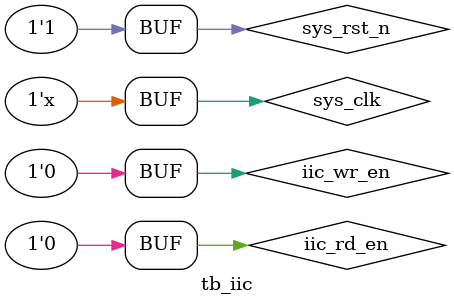
<source format=v>
`timescale 1ns/1ns

module tb_iic;

reg		sys_clk		;
reg 	sys_rst_n	;
reg 	iic_wr_en 	;
reg 	iic_rd_en 	;

wire	scl;
wire	sda;
initial begin
	iic_wr_en = 1'b0;
    iic_rd_en = 1'b0;
	sys_clk = 0;
	sys_rst_n = 0;
	#100
	sys_rst_n = 1;
	#1000
	iic_wr_en = 1'b1;
	#20
	iic_wr_en = 1'b0;
	#200000
	iic_rd_en = 1'b1;
	#20
	iic_rd_en = 1'b0;
end
always#10 sys_clk = ~sys_clk;


iic
#
(
	.SYS_CLK 	(50_000_000	),	//the frequency of system clock 
	.IIC_SCL 	(250_000	),	//the frequency of scl 
	.DEVICE_ADD	(7'b1010011	)
)
iic_inst
(
	.sys_clk			(sys_clk	),				//system clock
	.sys_rst_n			(sys_rst_n	),				//system reset negedge valid
	//---------iic user interface
	.iic_add_bit		(1'b1),			//address width 1: 16bits  0: 8bits
	.iic_wr_en			(iic_wr_en),	//write enable
	.iic_rd_en			(iic_rd_en),	//read enable
	.iic_word_add		(16'd0),		//the address of words
	.iic_wr_data		(8'h55),		//data to write
	//---------iic hardware interface
	.scl				(scl),		//serial clock
	.sda				(sda),		//serial data
	.iic_rd_data		()	//datas from iic device
);
M24LC64 	M24LC64_inst(
	.A0			(1'b1), 
	.A1			(1'b1), 
	.A2			(1'b0), 
	.WP			(1'b0), 
	.SDA		(sda), 
	.SCL		(scl), 
	.RESET   	(~sys_rst_n)
);
endmodule
</source>
